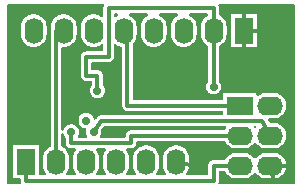
<source format=gbl>
G04 --- HEADER BEGIN --- *
%TF.GenerationSoftware,LibrePCB,LibrePCB,0.1.3*%
%TF.CreationDate,2020-05-07T14:01:12*%
%TF.ProjectId,SprigFTDI - default,c1b4763c-5183-4b8f-a850-9e664554c68f,v1*%
%TF.Part,Single*%
%FSLAX66Y66*%
%MOMM*%
G01*
G74*
G04 --- HEADER END --- *
G04 --- APERTURE LIST BEGIN --- *
%ADD10O,1.587X2.19*%
%ADD11R,1.587X2.19*%
%ADD12O,2.19X1.587*%
%ADD13R,2.19X1.587*%
%ADD14C,0.7*%
%ADD15C,0.3*%
%ADD16C,1.4*%
%ADD17C,0.0*%
G04 --- APERTURE LIST END --- *
G04 --- BOARD BEGIN --- *
D10*
X2540000Y13335000D03*
X10160000Y13335000D03*
X7620000Y13335000D03*
D11*
X20320000Y13335000D03*
D10*
X17780000Y13335000D03*
X5080000Y13335000D03*
X15240000Y13335000D03*
X12700000Y13335000D03*
D12*
X20002500Y1905000D03*
D13*
X20002500Y6985000D03*
D12*
X22542500Y4445000D03*
X22542500Y1905000D03*
X22542500Y6985000D03*
X20002500Y4445000D03*
D10*
X14605000Y2222500D03*
X9525000Y2222500D03*
X12065000Y2222500D03*
D11*
X1905000Y2222500D03*
D10*
X6985000Y2222500D03*
X4445000Y2222500D03*
D14*
X15240000Y8255000D03*
X7620000Y4762500D03*
X5715000Y4762500D03*
X17780000Y8572500D03*
X6985000Y5715000D03*
X7937500Y8255000D03*
D15*
X14605000Y2222500D02*
X16192500Y1905000D01*
X15240000Y8255000D02*
X16510000Y8255000D01*
D16*
X15240000Y8255000D02*
X15240000Y9207500D01*
D15*
X5080000Y13335000D02*
X4445000Y13335000D01*
X4445000Y2222500D02*
X4445000Y13335000D01*
X8255000Y5715000D02*
X21907500Y5715000D01*
X7620000Y4762500D02*
X8255000Y5715000D01*
X22542500Y4445000D02*
X21907500Y5715000D01*
X10795000Y3810000D02*
X5715000Y3810000D01*
X10795000Y4445000D02*
X10795000Y3810000D01*
X5715000Y3810000D02*
X5715000Y4762500D01*
X20002500Y4445000D02*
X10795000Y4445000D01*
X17780000Y15240000D02*
X8890000Y15240000D01*
X8890000Y11430000D02*
X8890000Y11112500D01*
X17780000Y8572500D02*
X17780000Y8572500D01*
X8890000Y15240000D02*
X8890000Y11430000D01*
X7937500Y9525000D02*
X6985000Y9525000D01*
X17780000Y13335000D02*
X17780000Y15240000D01*
X8890000Y11112500D02*
X6985000Y11112500D01*
X17780000Y13335000D02*
X17780000Y8572500D01*
X6985000Y11112500D02*
X6985000Y9525000D01*
X7937500Y8255000D02*
X7937500Y9525000D01*
X20320000Y13335000D02*
X21907500Y13335000D01*
X20320000Y13335000D02*
X20320000Y15240000D01*
X20320000Y13335000D02*
X20320000Y11430000D01*
X22542500Y1905000D02*
X24447500Y1905000D01*
X22542500Y1905000D02*
X22860000Y635000D01*
X17780000Y635000D02*
X17780000Y1905000D01*
X20002500Y1905000D02*
X17780000Y1905000D01*
X1905000Y2222500D02*
X1905000Y635000D01*
X1905000Y635000D02*
X17780000Y635000D01*
X20002500Y6985000D02*
X10477500Y6985000D01*
X10477500Y6985000D02*
X10477500Y13335000D01*
X10160000Y13335000D02*
X10477500Y13335000D01*
D17*
G36*
X1468126Y319500D02*
X1504316Y370395D01*
X1499762Y441541D01*
X1493651Y454921D01*
X1488612Y472083D01*
X1483627Y485447D01*
X1476200Y501711D01*
X1472210Y515300D01*
X1469666Y532996D01*
X1466633Y546939D01*
X1461595Y564096D01*
X1459580Y578111D01*
X1459580Y595994D01*
X1458562Y610225D01*
X1455508Y631465D01*
X1455000Y638570D01*
X1455000Y727500D01*
X1435500Y786827D01*
X1355000Y827500D01*
X827513Y827500D01*
X822748Y829066D01*
X811500Y851328D01*
X811500Y3601487D01*
X813066Y3606252D01*
X835328Y3617500D01*
X2443725Y3617500D01*
X2443725Y11944664D01*
X2434560Y11945513D01*
X2245300Y11980892D01*
X2236432Y11983415D01*
X2056894Y12052969D01*
X2048660Y12057068D01*
X1884951Y12158433D01*
X1877598Y12163987D01*
X1735314Y12293694D01*
X1729104Y12300506D01*
X1613071Y12454159D01*
X1608227Y12461982D01*
X1522400Y12634346D01*
X1519078Y12642921D01*
X1466381Y12828130D01*
X1464692Y12837171D01*
X1446714Y13031194D01*
X1446500Y13035811D01*
X1446500Y13634189D01*
X1446714Y13638806D01*
X1464692Y13832828D01*
X1466381Y13841869D01*
X1519078Y14027078D01*
X1522400Y14035653D01*
X1608227Y14208017D01*
X1613071Y14215840D01*
X1729104Y14369493D01*
X1735314Y14376305D01*
X1877598Y14506012D01*
X1884951Y14511566D01*
X2048660Y14612931D01*
X2056894Y14617030D01*
X2236432Y14686584D01*
X2245300Y14689107D01*
X2434560Y14724486D01*
X2443725Y14725335D01*
X2636274Y14725335D01*
X2645439Y14724486D01*
X2834699Y14689107D01*
X2843567Y14686584D01*
X3023105Y14617030D01*
X3031339Y14612931D01*
X3195048Y14511566D01*
X3202401Y14506012D01*
X3344685Y14376305D01*
X3350895Y14369493D01*
X3466928Y14215840D01*
X3471772Y14208017D01*
X3557599Y14035653D01*
X3560921Y14027078D01*
X3613617Y13841871D01*
X3615308Y13832827D01*
X3633286Y13638805D01*
X3633500Y13634189D01*
X3633500Y13035811D01*
X3633286Y13031195D01*
X3615307Y12837172D01*
X3613617Y12828128D01*
X3560921Y12642921D01*
X3557599Y12634346D01*
X3471772Y12461982D01*
X3466928Y12454159D01*
X3350895Y12300506D01*
X3344685Y12293694D01*
X3202401Y12163987D01*
X3195048Y12158433D01*
X3031339Y12057068D01*
X3023105Y12052969D01*
X2843567Y11983415D01*
X2834699Y11980892D01*
X2645439Y11945513D01*
X2636274Y11944664D01*
X2443725Y11944664D01*
X2443725Y3617500D01*
X2982487Y3617500D01*
X2987252Y3615934D01*
X2998500Y3593672D01*
X2998500Y1185000D01*
X3018000Y1125673D01*
X3098500Y1085000D01*
X3511064Y1085000D01*
X3570391Y1104500D01*
X3606581Y1155395D01*
X3590866Y1245263D01*
X3518071Y1341659D01*
X3513227Y1349482D01*
X3427400Y1521846D01*
X3424078Y1530421D01*
X3371381Y1715630D01*
X3369692Y1724671D01*
X3351714Y1918694D01*
X3351500Y1923311D01*
X3351500Y2521689D01*
X3351714Y2526306D01*
X3369692Y2720328D01*
X3371381Y2729369D01*
X3424078Y2914578D01*
X3427400Y2923153D01*
X3513227Y3095517D01*
X3518071Y3103340D01*
X3634104Y3256993D01*
X3640314Y3263805D01*
X3782598Y3393512D01*
X3789958Y3399071D01*
X3947644Y3496707D01*
X3987819Y3544518D01*
X3995000Y3581728D01*
X3995000Y12937147D01*
X3994573Y12946373D01*
X3986714Y13031194D01*
X3986500Y13035811D01*
X3986500Y13634189D01*
X3986714Y13638806D01*
X4004692Y13832828D01*
X4006381Y13841869D01*
X4059078Y14027078D01*
X4062400Y14035653D01*
X4148227Y14208017D01*
X4153071Y14215840D01*
X4269104Y14369493D01*
X4275314Y14376305D01*
X4417598Y14506012D01*
X4424951Y14511566D01*
X4588660Y14612931D01*
X4596894Y14617030D01*
X4776432Y14686584D01*
X4785300Y14689107D01*
X4974560Y14724486D01*
X4983725Y14725335D01*
X5176274Y14725335D01*
X5185439Y14724486D01*
X5374699Y14689107D01*
X5383567Y14686584D01*
X5563105Y14617030D01*
X5571339Y14612931D01*
X5735048Y14511566D01*
X5742401Y14506012D01*
X5884685Y14376305D01*
X5890895Y14369493D01*
X6006928Y14215840D01*
X6011772Y14208017D01*
X6097599Y14035653D01*
X6100921Y14027078D01*
X6153617Y13841871D01*
X6155308Y13832827D01*
X6173286Y13638805D01*
X6173500Y13634189D01*
X6173500Y13035811D01*
X6173286Y13031195D01*
X6155307Y12837172D01*
X6153617Y12828128D01*
X6100921Y12642921D01*
X6097599Y12634346D01*
X6011772Y12461982D01*
X6006928Y12454159D01*
X5890895Y12300506D01*
X5884685Y12293694D01*
X5742401Y12163987D01*
X5735048Y12158433D01*
X5571339Y12057068D01*
X5563105Y12052969D01*
X5383567Y11983415D01*
X5374699Y11980892D01*
X5185439Y11945513D01*
X5176274Y11944664D01*
X4995000Y11944664D01*
X4935673Y11925164D01*
X4895000Y11844664D01*
X4895000Y4965685D01*
X4914500Y4906358D01*
X4965395Y4870168D01*
X5027836Y4871230D01*
X5088502Y4930224D01*
X5137310Y5058919D01*
X5142888Y5069546D01*
X5225033Y5188553D01*
X5232992Y5197537D01*
X5341230Y5293428D01*
X5351113Y5300250D01*
X5479148Y5367448D01*
X5490384Y5371709D01*
X5630774Y5406311D01*
X5642703Y5407760D01*
X5787296Y5407760D01*
X5799225Y5406311D01*
X5939615Y5371709D01*
X5950851Y5367448D01*
X6078886Y5300250D01*
X6088769Y5293428D01*
X6197007Y5197537D01*
X6204966Y5188553D01*
X6287111Y5069546D01*
X6292689Y5058919D01*
X6343970Y4923703D01*
X6346840Y4912057D01*
X6364271Y4768504D01*
X6364271Y4756496D01*
X6346840Y4612942D01*
X6343970Y4601296D01*
X6292689Y4466080D01*
X6287109Y4455448D01*
X6260436Y4416806D01*
X6242782Y4356904D01*
X6264110Y4298208D01*
X6342734Y4260000D01*
X6992265Y4260000D01*
X7051592Y4279500D01*
X7087782Y4330395D01*
X7074563Y4416806D01*
X7047890Y4455448D01*
X7042310Y4466080D01*
X6991031Y4601290D01*
X6988158Y4612949D01*
X6970729Y4756496D01*
X6970729Y4768504D01*
X6988158Y4912050D01*
X6991033Y4923717D01*
X6995264Y4934872D01*
X6998070Y4997259D01*
X6963316Y5049145D01*
X6913815Y5069604D01*
X6900776Y5071187D01*
X6760384Y5105790D01*
X6749148Y5110051D01*
X6621113Y5177249D01*
X6611230Y5184071D01*
X6502992Y5279962D01*
X6495033Y5288946D01*
X6412888Y5407953D01*
X6407310Y5418580D01*
X6356031Y5553790D01*
X6353158Y5565449D01*
X6335729Y5708996D01*
X6335729Y5721004D01*
X6353158Y5864550D01*
X6356031Y5876209D01*
X6407310Y6011419D01*
X6412888Y6022046D01*
X6495033Y6141053D01*
X6502992Y6150037D01*
X6611230Y6245928D01*
X6621113Y6252750D01*
X6749148Y6319948D01*
X6760384Y6324209D01*
X6900774Y6358811D01*
X6912703Y6360260D01*
X7057296Y6360260D01*
X7069225Y6358811D01*
X7209615Y6324209D01*
X7220851Y6319948D01*
X7348886Y6252750D01*
X7358769Y6245928D01*
X7467007Y6150037D01*
X7474966Y6141053D01*
X7557111Y6022046D01*
X7562689Y6011419D01*
X7613968Y5876208D01*
X7615682Y5869255D01*
X7648814Y5816319D01*
X7706891Y5793361D01*
X7767264Y5809336D01*
X7795981Y5837718D01*
X7878598Y5961644D01*
X7882960Y5967271D01*
X7894204Y5979815D01*
X7903867Y5992500D01*
X7911045Y6003670D01*
X7920317Y6014370D01*
X7937321Y6029104D01*
X7946300Y6037934D01*
X7961294Y6054662D01*
X7972149Y6063754D01*
X7983425Y6070735D01*
X7996270Y6080184D01*
X8006302Y6088877D01*
X8018220Y6096536D01*
X8038678Y6105879D01*
X8049778Y6111820D01*
X8068884Y6123650D01*
X8081865Y6129316D01*
X8094650Y6132838D01*
X8109636Y6138284D01*
X8121713Y6143800D01*
X8135302Y6147789D01*
X8157564Y6150990D01*
X8169893Y6153563D01*
X8191562Y6159532D01*
X8205601Y6161311D01*
X8218864Y6161088D01*
X8234776Y6162092D01*
X8251467Y6164492D01*
X8258570Y6165000D01*
X18507500Y6165000D01*
X18566827Y6184500D01*
X18607500Y6265000D01*
X18607500Y6435000D01*
X18588000Y6494327D01*
X18507500Y6535000D01*
X10481070Y6535000D01*
X10473965Y6535508D01*
X10452725Y6538562D01*
X10438494Y6539580D01*
X10420611Y6539580D01*
X10406596Y6541595D01*
X10389439Y6546633D01*
X10375496Y6549666D01*
X10357800Y6552210D01*
X10344211Y6556200D01*
X10327947Y6563627D01*
X10314583Y6568612D01*
X10297428Y6573650D01*
X10284542Y6579534D01*
X10269510Y6589195D01*
X10256986Y6596034D01*
X10240714Y6603465D01*
X10228804Y6611119D01*
X10215291Y6622828D01*
X10203871Y6631378D01*
X10188827Y6641046D01*
X10178132Y6650314D01*
X10166423Y6663828D01*
X10156328Y6673923D01*
X10142814Y6685632D01*
X10133546Y6696327D01*
X10123878Y6711371D01*
X10115328Y6722791D01*
X10103619Y6736304D01*
X10095965Y6748214D01*
X10088534Y6764486D01*
X10081695Y6777010D01*
X10072034Y6792042D01*
X10066150Y6804928D01*
X10061112Y6822083D01*
X10056127Y6835447D01*
X10048700Y6851711D01*
X10044710Y6865300D01*
X10042166Y6882996D01*
X10039133Y6896939D01*
X10034095Y6914096D01*
X10032080Y6928111D01*
X10032080Y6945994D01*
X10031062Y6960225D01*
X10028008Y6981465D01*
X10027500Y6988570D01*
X10027500Y11867533D01*
X10008000Y11926860D01*
X9945875Y11965830D01*
X9865300Y11980892D01*
X9856432Y11983415D01*
X9676894Y12052969D01*
X9668660Y12057068D01*
X9504939Y12158441D01*
X9500266Y12161970D01*
X9441171Y12182164D01*
X9381620Y12163360D01*
X9340000Y12082171D01*
X9340000Y11116070D01*
X9339492Y11108966D01*
X9336437Y11087720D01*
X9335419Y11073488D01*
X9335419Y11055607D01*
X9333405Y11041598D01*
X9328366Y11024435D01*
X9325334Y11010498D01*
X9322788Y10992795D01*
X9318801Y10979215D01*
X9311372Y10962947D01*
X9306387Y10949583D01*
X9301349Y10932428D01*
X9295465Y10919542D01*
X9285804Y10904510D01*
X9278965Y10891986D01*
X9271534Y10875714D01*
X9263880Y10863804D01*
X9252171Y10850291D01*
X9243621Y10838871D01*
X9233953Y10823827D01*
X9224685Y10813132D01*
X9211171Y10801423D01*
X9201076Y10791328D01*
X9189367Y10777814D01*
X9178672Y10768546D01*
X9163628Y10758878D01*
X9152208Y10750328D01*
X9138695Y10738619D01*
X9126785Y10730965D01*
X9110513Y10723534D01*
X9097989Y10716695D01*
X9082957Y10707034D01*
X9070071Y10701150D01*
X9052916Y10696112D01*
X9039552Y10691127D01*
X9023288Y10683700D01*
X9009699Y10679710D01*
X8992003Y10677166D01*
X8978060Y10674133D01*
X8960903Y10669095D01*
X8946888Y10667080D01*
X8929006Y10667080D01*
X8914775Y10666062D01*
X8893535Y10663008D01*
X8886430Y10662500D01*
X7535000Y10662500D01*
X7475673Y10643000D01*
X7435000Y10562500D01*
X7435000Y10075000D01*
X7454500Y10015673D01*
X7535000Y9975000D01*
X7933930Y9975000D01*
X7941034Y9974492D01*
X7962280Y9971437D01*
X7976512Y9970419D01*
X7994392Y9970419D01*
X8008401Y9968405D01*
X8025564Y9963366D01*
X8039501Y9960334D01*
X8057204Y9957788D01*
X8070784Y9953801D01*
X8087052Y9946372D01*
X8100416Y9941387D01*
X8117571Y9936349D01*
X8130457Y9930465D01*
X8145489Y9920804D01*
X8158013Y9913965D01*
X8174285Y9906534D01*
X8186195Y9898880D01*
X8199708Y9887171D01*
X8211128Y9878621D01*
X8226172Y9868953D01*
X8236867Y9859685D01*
X8248576Y9846171D01*
X8258671Y9836076D01*
X8272185Y9824367D01*
X8281453Y9813672D01*
X8291121Y9798628D01*
X8299671Y9787208D01*
X8311380Y9773695D01*
X8319034Y9761785D01*
X8326465Y9745513D01*
X8333304Y9732989D01*
X8342965Y9717957D01*
X8348849Y9705071D01*
X8353887Y9687916D01*
X8358872Y9674552D01*
X8366301Y9658284D01*
X8370288Y9644704D01*
X8372834Y9627001D01*
X8375866Y9613064D01*
X8380905Y9595901D01*
X8382919Y9581892D01*
X8382919Y9564012D01*
X8383937Y9549780D01*
X8386992Y9528534D01*
X8387500Y9521430D01*
X8387500Y8763400D01*
X8417624Y8696458D01*
X8415492Y8694569D01*
X8427466Y8681053D01*
X8509611Y8562046D01*
X8515189Y8551419D01*
X8566470Y8416203D01*
X8569340Y8404557D01*
X8586771Y8261004D01*
X8586771Y8248996D01*
X8569340Y8105442D01*
X8566470Y8093796D01*
X8515189Y7958580D01*
X8509611Y7947953D01*
X8427466Y7828946D01*
X8419507Y7819962D01*
X8311269Y7724071D01*
X8301386Y7717249D01*
X8173351Y7650051D01*
X8162115Y7645790D01*
X8021725Y7611188D01*
X8009796Y7609739D01*
X7865203Y7609739D01*
X7853274Y7611188D01*
X7712884Y7645790D01*
X7701648Y7650051D01*
X7573613Y7717249D01*
X7563730Y7724071D01*
X7455492Y7819962D01*
X7447533Y7828946D01*
X7365388Y7947953D01*
X7359810Y7958580D01*
X7308531Y8093790D01*
X7305658Y8105449D01*
X7288229Y8248996D01*
X7288229Y8261004D01*
X7305658Y8404550D01*
X7308531Y8416209D01*
X7359810Y8551419D01*
X7365388Y8562046D01*
X7447533Y8681053D01*
X7459507Y8694569D01*
X7457370Y8696462D01*
X7487500Y8763400D01*
X7487500Y8975000D01*
X7468000Y9034327D01*
X7387500Y9075000D01*
X6988570Y9075000D01*
X6981465Y9075508D01*
X6960225Y9078562D01*
X6945994Y9079580D01*
X6928111Y9079580D01*
X6914096Y9081595D01*
X6896939Y9086633D01*
X6882996Y9089666D01*
X6865300Y9092210D01*
X6851711Y9096200D01*
X6835447Y9103627D01*
X6822083Y9108612D01*
X6804928Y9113650D01*
X6792042Y9119534D01*
X6777010Y9129195D01*
X6764486Y9136034D01*
X6748214Y9143465D01*
X6736304Y9151119D01*
X6722791Y9162828D01*
X6711371Y9171378D01*
X6696327Y9181046D01*
X6685632Y9190314D01*
X6673923Y9203828D01*
X6663828Y9213923D01*
X6650314Y9225632D01*
X6641046Y9236327D01*
X6631378Y9251371D01*
X6622828Y9262791D01*
X6611119Y9276304D01*
X6603465Y9288214D01*
X6596034Y9304486D01*
X6589195Y9317010D01*
X6579534Y9332042D01*
X6573650Y9344928D01*
X6568612Y9362083D01*
X6563627Y9375447D01*
X6556200Y9391711D01*
X6552210Y9405300D01*
X6549666Y9422996D01*
X6546633Y9436939D01*
X6541595Y9454096D01*
X6539580Y9468111D01*
X6539580Y9485994D01*
X6538562Y9500225D01*
X6535508Y9521465D01*
X6535000Y9528570D01*
X6535000Y11108930D01*
X6535508Y11116035D01*
X6538562Y11137275D01*
X6539580Y11151506D01*
X6539580Y11169388D01*
X6541595Y11183403D01*
X6546633Y11200560D01*
X6549666Y11214503D01*
X6552210Y11232199D01*
X6556200Y11245788D01*
X6563627Y11262052D01*
X6568612Y11275416D01*
X6573650Y11292571D01*
X6579534Y11305457D01*
X6589195Y11320489D01*
X6596034Y11333013D01*
X6603465Y11349285D01*
X6611119Y11361195D01*
X6622828Y11374708D01*
X6631378Y11386128D01*
X6641046Y11401172D01*
X6650314Y11411867D01*
X6663828Y11423576D01*
X6673923Y11433671D01*
X6685632Y11447185D01*
X6696327Y11456453D01*
X6711371Y11466121D01*
X6722791Y11474671D01*
X6736304Y11486380D01*
X6748214Y11494034D01*
X6764486Y11501465D01*
X6777010Y11508304D01*
X6792042Y11517965D01*
X6804928Y11523849D01*
X6822083Y11528887D01*
X6835447Y11533872D01*
X6851715Y11541301D01*
X6865295Y11545288D01*
X6882998Y11547834D01*
X6896935Y11550866D01*
X6914098Y11555905D01*
X6928107Y11557919D01*
X6945988Y11557919D01*
X6960220Y11558937D01*
X6981466Y11561992D01*
X6988570Y11562500D01*
X8340000Y11562500D01*
X8399327Y11582000D01*
X8440000Y11662500D01*
X8440000Y12082172D01*
X8420500Y12141499D01*
X8369605Y12177689D01*
X8279732Y12161970D01*
X8275055Y12158438D01*
X8111339Y12057068D01*
X8103105Y12052969D01*
X7923567Y11983415D01*
X7914699Y11980892D01*
X7725439Y11945513D01*
X7716274Y11944664D01*
X7523725Y11944664D01*
X7514560Y11945513D01*
X7325300Y11980892D01*
X7316432Y11983415D01*
X7136894Y12052969D01*
X7128660Y12057068D01*
X6964951Y12158433D01*
X6957598Y12163987D01*
X6815314Y12293694D01*
X6809104Y12300506D01*
X6693071Y12454159D01*
X6688227Y12461982D01*
X6602400Y12634346D01*
X6599078Y12642921D01*
X6546381Y12828130D01*
X6544692Y12837171D01*
X6526714Y13031194D01*
X6526500Y13035811D01*
X6526500Y13634189D01*
X6526714Y13638806D01*
X6544692Y13832828D01*
X6546381Y13841869D01*
X6599078Y14027078D01*
X6602400Y14035653D01*
X6688227Y14208017D01*
X6693071Y14215840D01*
X6809104Y14369493D01*
X6815314Y14376305D01*
X6957598Y14506012D01*
X6964951Y14511566D01*
X7128660Y14612931D01*
X7136894Y14617030D01*
X7316432Y14686584D01*
X7325300Y14689107D01*
X7514560Y14724486D01*
X7523725Y14725335D01*
X7716274Y14725335D01*
X7725439Y14724486D01*
X7914699Y14689107D01*
X7923567Y14686584D01*
X8103105Y14617030D01*
X8111339Y14612931D01*
X8275055Y14511561D01*
X8279732Y14508029D01*
X8338827Y14487834D01*
X8398379Y14506636D01*
X8440000Y14587827D01*
X8440000Y15236430D01*
X8440508Y15243535D01*
X8443562Y15264775D01*
X8444580Y15279006D01*
X8444580Y15296888D01*
X8446595Y15310903D01*
X8451633Y15328060D01*
X8454666Y15342003D01*
X8457210Y15359699D01*
X8461200Y15373288D01*
X8468627Y15389552D01*
X8473612Y15402916D01*
X8478650Y15420074D01*
X8484762Y15433456D01*
X8491671Y15495523D01*
X8460411Y15549586D01*
X8393800Y15575000D01*
X400000Y15575000D01*
X340673Y15555500D01*
X300000Y15475000D01*
X300000Y400000D01*
X319500Y340673D01*
X400000Y300000D01*
X1408799Y300000D01*
X1468126Y319500D01*
G37*
G36*
X24659327Y319500D02*
X24700000Y400000D01*
X24700000Y15475000D01*
X24680500Y15534327D01*
X24600000Y15575000D01*
X18276199Y15575000D01*
X18216872Y15555500D01*
X18180682Y15504605D01*
X18185237Y15433456D01*
X18191349Y15420074D01*
X18196387Y15402916D01*
X18201372Y15389552D01*
X18208801Y15373284D01*
X18212788Y15359704D01*
X18215334Y15342001D01*
X18218366Y15328064D01*
X18223405Y15310901D01*
X18225419Y15296892D01*
X18225419Y15279012D01*
X18226437Y15264780D01*
X18229492Y15243534D01*
X18230000Y15236430D01*
X18230000Y14694227D01*
X18249500Y14634900D01*
X18277357Y14609205D01*
X18435044Y14511569D01*
X18442401Y14506012D01*
X18584685Y14376305D01*
X18590895Y14369493D01*
X18706928Y14215840D01*
X18711772Y14208017D01*
X18797599Y14035653D01*
X18800921Y14027078D01*
X18853617Y13841871D01*
X18855308Y13832827D01*
X18873286Y13638805D01*
X18873500Y13634189D01*
X18873500Y13035811D01*
X18873286Y13031195D01*
X18855307Y12837172D01*
X18853617Y12828128D01*
X18800921Y12642921D01*
X18797599Y12634346D01*
X18711772Y12461982D01*
X18706928Y12454159D01*
X18590895Y12300506D01*
X18584685Y12293694D01*
X18442401Y12163987D01*
X18435044Y12158430D01*
X18277357Y12060794D01*
X18237181Y12012982D01*
X18230000Y11975772D01*
X18230000Y9080900D01*
X18260124Y9013958D01*
X18257992Y9012069D01*
X18269966Y8998553D01*
X18352111Y8879546D01*
X18357689Y8868919D01*
X18408970Y8733703D01*
X18411840Y8722057D01*
X18429271Y8578504D01*
X18429271Y8566496D01*
X18411840Y8422942D01*
X18408970Y8411296D01*
X18357689Y8276080D01*
X18352111Y8265453D01*
X18269966Y8146446D01*
X18262007Y8137462D01*
X18153769Y8041571D01*
X18143886Y8034749D01*
X18015851Y7967551D01*
X18004615Y7963290D01*
X17864225Y7928688D01*
X17852296Y7927239D01*
X17707703Y7927239D01*
X17695774Y7928688D01*
X17555384Y7963290D01*
X17544148Y7967551D01*
X17416113Y8034749D01*
X17406230Y8041571D01*
X17297992Y8137462D01*
X17290033Y8146446D01*
X17207888Y8265453D01*
X17202310Y8276080D01*
X17151031Y8411290D01*
X17148158Y8422949D01*
X17130729Y8566496D01*
X17130729Y8578504D01*
X17148158Y8722050D01*
X17151031Y8733709D01*
X17202310Y8868919D01*
X17207888Y8879546D01*
X17290033Y8998553D01*
X17302007Y9012069D01*
X17299870Y9013962D01*
X17330000Y9080900D01*
X17330000Y11975771D01*
X17310500Y12035098D01*
X17282644Y12060792D01*
X17124958Y12158428D01*
X17117598Y12163987D01*
X16975314Y12293694D01*
X16969104Y12300506D01*
X16853071Y12454159D01*
X16848227Y12461982D01*
X16762400Y12634346D01*
X16759078Y12642921D01*
X16706381Y12828130D01*
X16704692Y12837171D01*
X16686714Y13031194D01*
X16686500Y13035811D01*
X16686500Y13634189D01*
X16686714Y13638806D01*
X16704692Y13832828D01*
X16706381Y13841869D01*
X16759078Y14027078D01*
X16762400Y14035653D01*
X16848227Y14208017D01*
X16853071Y14215840D01*
X16969104Y14369493D01*
X16975314Y14376305D01*
X17117598Y14506012D01*
X17124951Y14511566D01*
X17275816Y14604978D01*
X17315991Y14652790D01*
X17319967Y14715113D01*
X17286193Y14767642D01*
X17223172Y14790000D01*
X15796827Y14790000D01*
X15737500Y14770500D01*
X15701310Y14719605D01*
X15702372Y14657164D01*
X15744183Y14604978D01*
X15895048Y14511566D01*
X15902401Y14506012D01*
X16044685Y14376305D01*
X16050895Y14369493D01*
X16166928Y14215840D01*
X16171772Y14208017D01*
X16257599Y14035653D01*
X16260921Y14027078D01*
X16313617Y13841871D01*
X16315308Y13832827D01*
X16333286Y13638805D01*
X16333500Y13634189D01*
X16333500Y13035811D01*
X16333286Y13031195D01*
X16315307Y12837172D01*
X16313617Y12828128D01*
X16260921Y12642921D01*
X16257599Y12634346D01*
X16171772Y12461982D01*
X16166928Y12454159D01*
X16050895Y12300506D01*
X16044685Y12293694D01*
X15902401Y12163987D01*
X15895048Y12158433D01*
X15731339Y12057068D01*
X15723105Y12052969D01*
X15543567Y11983415D01*
X15534699Y11980892D01*
X15345439Y11945513D01*
X15336274Y11944664D01*
X15143725Y11944664D01*
X15134560Y11945513D01*
X14945300Y11980892D01*
X14936432Y11983415D01*
X14756894Y12052969D01*
X14748660Y12057068D01*
X14584951Y12158433D01*
X14577598Y12163987D01*
X14435314Y12293694D01*
X14429104Y12300506D01*
X14313071Y12454159D01*
X14308227Y12461982D01*
X14222400Y12634346D01*
X14219078Y12642921D01*
X14166381Y12828130D01*
X14164692Y12837171D01*
X14146714Y13031194D01*
X14146500Y13035811D01*
X14146500Y13634189D01*
X14146714Y13638806D01*
X14164692Y13832828D01*
X14166381Y13841869D01*
X14219078Y14027078D01*
X14222400Y14035653D01*
X14308227Y14208017D01*
X14313071Y14215840D01*
X14429104Y14369493D01*
X14435314Y14376305D01*
X14577598Y14506012D01*
X14584951Y14511566D01*
X14735816Y14604978D01*
X14775991Y14652790D01*
X14779967Y14715113D01*
X14746193Y14767642D01*
X14683172Y14790000D01*
X13256827Y14790000D01*
X13197500Y14770500D01*
X13161310Y14719605D01*
X13162372Y14657164D01*
X13204183Y14604978D01*
X13355048Y14511566D01*
X13362401Y14506012D01*
X13504685Y14376305D01*
X13510895Y14369493D01*
X13626928Y14215840D01*
X13631772Y14208017D01*
X13717599Y14035653D01*
X13720921Y14027078D01*
X13773617Y13841871D01*
X13775308Y13832827D01*
X13793286Y13638805D01*
X13793500Y13634189D01*
X13793500Y13035811D01*
X13793286Y13031195D01*
X13775307Y12837172D01*
X13773617Y12828128D01*
X13720921Y12642921D01*
X13717599Y12634346D01*
X13631772Y12461982D01*
X13626928Y12454159D01*
X13510895Y12300506D01*
X13504685Y12293694D01*
X13362401Y12163987D01*
X13355048Y12158433D01*
X13191339Y12057068D01*
X13183105Y12052969D01*
X13003567Y11983415D01*
X12994699Y11980892D01*
X12805439Y11945513D01*
X12796274Y11944664D01*
X12603725Y11944664D01*
X12594560Y11945513D01*
X12405300Y11980892D01*
X12396432Y11983415D01*
X12216894Y12052969D01*
X12208660Y12057068D01*
X12044951Y12158433D01*
X12037598Y12163987D01*
X11895314Y12293694D01*
X11889104Y12300506D01*
X11773071Y12454159D01*
X11768227Y12461982D01*
X11682400Y12634346D01*
X11679078Y12642921D01*
X11626381Y12828130D01*
X11624692Y12837171D01*
X11606714Y13031194D01*
X11606500Y13035811D01*
X11606500Y13634189D01*
X11606714Y13638806D01*
X11624692Y13832828D01*
X11626381Y13841869D01*
X11679078Y14027078D01*
X11682400Y14035653D01*
X11768227Y14208017D01*
X11773071Y14215840D01*
X11889104Y14369493D01*
X11895314Y14376305D01*
X12037598Y14506012D01*
X12044951Y14511566D01*
X12195816Y14604978D01*
X12235991Y14652790D01*
X12239967Y14715113D01*
X12206193Y14767642D01*
X12143172Y14790000D01*
X10716827Y14790000D01*
X10657500Y14770500D01*
X10621310Y14719605D01*
X10622372Y14657164D01*
X10664183Y14604978D01*
X10815048Y14511566D01*
X10822401Y14506012D01*
X10964685Y14376305D01*
X10970895Y14369493D01*
X11086928Y14215840D01*
X11091772Y14208017D01*
X11177599Y14035653D01*
X11180921Y14027078D01*
X11233617Y13841871D01*
X11235308Y13832827D01*
X11253286Y13638805D01*
X11253500Y13634189D01*
X11253500Y13035811D01*
X11253286Y13031195D01*
X11235307Y12837172D01*
X11233617Y12828128D01*
X11180921Y12642921D01*
X11177599Y12634346D01*
X11091772Y12461982D01*
X11086928Y12454159D01*
X10970895Y12300506D01*
X10964690Y12293700D01*
X10960131Y12289544D01*
X10927500Y12215642D01*
X10927500Y7535000D01*
X10947000Y7475673D01*
X11027500Y7435000D01*
X15047021Y7435000D01*
X15106348Y7454500D01*
X15142538Y7505395D01*
X15141476Y7567836D01*
X15103577Y7617471D01*
X15070952Y7632094D01*
X15015384Y7645790D01*
X15004148Y7650051D01*
X14876113Y7717249D01*
X14866230Y7724071D01*
X14757992Y7819962D01*
X14750033Y7828946D01*
X14667888Y7947953D01*
X14662310Y7958580D01*
X14611031Y8093790D01*
X14608158Y8105449D01*
X14590729Y8248996D01*
X14590729Y8261004D01*
X14608158Y8404550D01*
X14611031Y8416209D01*
X14662310Y8551419D01*
X14667888Y8562046D01*
X14750033Y8681053D01*
X14757992Y8690037D01*
X14866230Y8785928D01*
X14876113Y8792750D01*
X15004148Y8859948D01*
X15015384Y8864209D01*
X15155774Y8898811D01*
X15167703Y8900260D01*
X15312296Y8900260D01*
X15324225Y8898811D01*
X15464615Y8864209D01*
X15475851Y8859948D01*
X15603886Y8792750D01*
X15613769Y8785928D01*
X15722007Y8690037D01*
X15729966Y8681053D01*
X15812111Y8562046D01*
X15817689Y8551419D01*
X15868970Y8416203D01*
X15871840Y8404557D01*
X15889271Y8261004D01*
X15889271Y8248996D01*
X15871840Y8105442D01*
X15868970Y8093796D01*
X15817689Y7958580D01*
X15812111Y7947953D01*
X15729966Y7828946D01*
X15722007Y7819962D01*
X15613769Y7724071D01*
X15603886Y7717249D01*
X15475851Y7650051D01*
X15464615Y7645790D01*
X15409047Y7632094D01*
X15356110Y7598963D01*
X15333151Y7540886D01*
X15349126Y7480514D01*
X15397802Y7441391D01*
X15432978Y7435000D01*
X18507500Y7435000D01*
X18566827Y7454500D01*
X18607500Y7535000D01*
X18607500Y8062487D01*
X18609066Y8067252D01*
X18631328Y8078500D01*
X19242513Y8078500D01*
X19242513Y11940000D01*
X19237748Y11941566D01*
X19226500Y11963828D01*
X19226500Y14713987D01*
X19228066Y14718752D01*
X19250328Y14730000D01*
X21397487Y14730000D01*
X21402252Y14728434D01*
X21413500Y14706172D01*
X21413500Y11956013D01*
X21411934Y11951248D01*
X21389672Y11940000D01*
X19242513Y11940000D01*
X19242513Y8078500D01*
X21381487Y8078500D01*
X21386252Y8076934D01*
X21397500Y8054672D01*
X21397500Y7913271D01*
X21417000Y7853944D01*
X21467895Y7817754D01*
X21557764Y7833469D01*
X21661665Y7911932D01*
X21669482Y7916772D01*
X21841846Y8002599D01*
X21850421Y8005921D01*
X22035628Y8058617D01*
X22044672Y8060307D01*
X22238695Y8078286D01*
X22243311Y8078500D01*
X22841689Y8078500D01*
X22846305Y8078286D01*
X23040327Y8060308D01*
X23049371Y8058617D01*
X23234578Y8005921D01*
X23243153Y8002599D01*
X23415517Y7916772D01*
X23423340Y7911928D01*
X23576993Y7795895D01*
X23583805Y7789685D01*
X23713512Y7647401D01*
X23719066Y7640048D01*
X23820431Y7476339D01*
X23824530Y7468105D01*
X23894084Y7288567D01*
X23896607Y7279699D01*
X23931986Y7090439D01*
X23932835Y7081274D01*
X23932835Y6888725D01*
X23931986Y6879560D01*
X23896607Y6690300D01*
X23894084Y6681432D01*
X23824530Y6501894D01*
X23820431Y6493660D01*
X23719066Y6329951D01*
X23713512Y6322598D01*
X23583805Y6180314D01*
X23576993Y6174104D01*
X23423340Y6058071D01*
X23415517Y6053227D01*
X23243153Y5967400D01*
X23234578Y5964078D01*
X23049369Y5911381D01*
X23040328Y5909692D01*
X22846306Y5891714D01*
X22841689Y5891500D01*
X22484169Y5891500D01*
X22424842Y5872000D01*
X22388652Y5821105D01*
X22394726Y5746779D01*
X22471226Y5593779D01*
X22515200Y5549435D01*
X22560669Y5538500D01*
X22841689Y5538500D01*
X22846305Y5538286D01*
X23040327Y5520308D01*
X23049371Y5518617D01*
X23234578Y5465921D01*
X23243153Y5462599D01*
X23415517Y5376772D01*
X23423340Y5371928D01*
X23576993Y5255895D01*
X23583805Y5249685D01*
X23713512Y5107401D01*
X23719066Y5100048D01*
X23820431Y4936339D01*
X23824530Y4928105D01*
X23894084Y4748567D01*
X23896607Y4739699D01*
X23931986Y4550439D01*
X23932835Y4541274D01*
X23932835Y4348725D01*
X23931986Y4339560D01*
X23896607Y4150300D01*
X23894084Y4141432D01*
X23824530Y3961894D01*
X23820431Y3953660D01*
X23719066Y3789951D01*
X23713512Y3782598D01*
X23583805Y3640314D01*
X23576993Y3634104D01*
X23423340Y3518071D01*
X23415517Y3513227D01*
X23243153Y3427400D01*
X23234578Y3424078D01*
X23049369Y3371381D01*
X23040328Y3369692D01*
X22846306Y3351714D01*
X22841689Y3351500D01*
X22243311Y3351500D01*
X22238694Y3351714D01*
X22044671Y3369692D01*
X22035630Y3371381D01*
X21850421Y3424078D01*
X21841846Y3427400D01*
X21669482Y3513227D01*
X21661659Y3518071D01*
X21508006Y3634104D01*
X21501194Y3640314D01*
X21371487Y3782598D01*
X21365930Y3789956D01*
X21357520Y3803538D01*
X21309708Y3843714D01*
X21247385Y3847689D01*
X21187477Y3803536D01*
X21179065Y3789950D01*
X21173516Y3782602D01*
X21043805Y3640314D01*
X21036993Y3634104D01*
X20883340Y3518071D01*
X20875517Y3513227D01*
X20703153Y3427400D01*
X20694578Y3424078D01*
X20509369Y3371381D01*
X20500328Y3369692D01*
X20306306Y3351714D01*
X20301689Y3351500D01*
X19703311Y3351500D01*
X19698694Y3351714D01*
X19504671Y3369692D01*
X19495630Y3371381D01*
X19310421Y3424078D01*
X19301846Y3427400D01*
X19129482Y3513227D01*
X19121659Y3518071D01*
X18968006Y3634104D01*
X18961194Y3640314D01*
X18831487Y3782598D01*
X18825928Y3789958D01*
X18728292Y3947644D01*
X18680481Y3987819D01*
X18643271Y3995000D01*
X11345000Y3995000D01*
X11285673Y3975500D01*
X11245000Y3895000D01*
X11245000Y3813570D01*
X11244492Y3806466D01*
X11241437Y3785220D01*
X11240419Y3770988D01*
X11240419Y3753107D01*
X11238405Y3739098D01*
X11233366Y3721935D01*
X11230334Y3707998D01*
X11227788Y3690295D01*
X11223801Y3676715D01*
X11216372Y3660447D01*
X11211387Y3647083D01*
X11206349Y3629928D01*
X11200465Y3617042D01*
X11190804Y3602010D01*
X11183965Y3589486D01*
X11176534Y3573214D01*
X11168880Y3561304D01*
X11157171Y3547791D01*
X11148621Y3536371D01*
X11138953Y3521327D01*
X11129685Y3510632D01*
X11116171Y3498923D01*
X11106076Y3488828D01*
X11094367Y3475314D01*
X11083672Y3466046D01*
X11068628Y3456378D01*
X11057208Y3447828D01*
X11043695Y3436119D01*
X11031785Y3428465D01*
X11015513Y3421034D01*
X11002989Y3414195D01*
X10987957Y3404534D01*
X10975071Y3398650D01*
X10957916Y3393612D01*
X10944552Y3388627D01*
X10928288Y3381200D01*
X10914699Y3377210D01*
X10897003Y3374666D01*
X10883060Y3371633D01*
X10865903Y3366595D01*
X10851888Y3364580D01*
X10834006Y3364580D01*
X10819775Y3363562D01*
X10798535Y3360508D01*
X10791430Y3360000D01*
X10458934Y3360000D01*
X10399607Y3340500D01*
X10363417Y3289605D01*
X10379132Y3199737D01*
X10451928Y3103339D01*
X10456772Y3095517D01*
X10542599Y2923153D01*
X10545921Y2914578D01*
X10598617Y2729371D01*
X10600308Y2720327D01*
X10618286Y2526305D01*
X10618500Y2521689D01*
X10618500Y1923311D01*
X10618286Y1918695D01*
X10600307Y1724672D01*
X10598617Y1715628D01*
X10545921Y1530421D01*
X10542599Y1521846D01*
X10456772Y1349482D01*
X10451928Y1341659D01*
X10379133Y1245263D01*
X10358942Y1186168D01*
X10377748Y1126617D01*
X10458935Y1085000D01*
X11131064Y1085000D01*
X11190391Y1104500D01*
X11226581Y1155395D01*
X11210866Y1245263D01*
X11138071Y1341659D01*
X11133227Y1349482D01*
X11047400Y1521846D01*
X11044078Y1530421D01*
X10991381Y1715630D01*
X10989692Y1724671D01*
X10971714Y1918694D01*
X10971500Y1923311D01*
X10971500Y2521689D01*
X10971714Y2526306D01*
X10989692Y2720328D01*
X10991381Y2729369D01*
X11044078Y2914578D01*
X11047400Y2923153D01*
X11133227Y3095517D01*
X11138071Y3103340D01*
X11254104Y3256993D01*
X11260314Y3263805D01*
X11402598Y3393512D01*
X11409951Y3399066D01*
X11573660Y3500431D01*
X11581894Y3504530D01*
X11761432Y3574084D01*
X11770300Y3576607D01*
X11959560Y3611986D01*
X11968725Y3612835D01*
X12161274Y3612835D01*
X12170439Y3611986D01*
X12359699Y3576607D01*
X12368567Y3574084D01*
X12548105Y3504530D01*
X12556339Y3500431D01*
X12720048Y3399066D01*
X12727401Y3393512D01*
X12869685Y3263805D01*
X12875895Y3256993D01*
X12991928Y3103340D01*
X12996772Y3095517D01*
X13082599Y2923153D01*
X13085921Y2914578D01*
X13138617Y2729371D01*
X13140308Y2720327D01*
X13158286Y2526305D01*
X13158500Y2521689D01*
X13158500Y1923311D01*
X13158286Y1918695D01*
X13140307Y1724672D01*
X13138617Y1715628D01*
X13085921Y1530421D01*
X13082599Y1521846D01*
X12996772Y1349482D01*
X12991928Y1341659D01*
X12919133Y1245263D01*
X12898942Y1186168D01*
X12917748Y1126617D01*
X12998935Y1085000D01*
X13671064Y1085000D01*
X13730391Y1104500D01*
X13766581Y1155395D01*
X13750866Y1245263D01*
X13678071Y1341659D01*
X13673227Y1349482D01*
X13587400Y1521846D01*
X13584078Y1530421D01*
X13531381Y1715630D01*
X13529692Y1724671D01*
X13511714Y1918694D01*
X13511500Y1923311D01*
X13511500Y2521689D01*
X13511714Y2526306D01*
X13529692Y2720328D01*
X13531381Y2729369D01*
X13584078Y2914578D01*
X13587400Y2923153D01*
X13673227Y3095517D01*
X13678071Y3103340D01*
X13794104Y3256993D01*
X13800314Y3263805D01*
X13942598Y3393512D01*
X13949951Y3399066D01*
X14113660Y3500431D01*
X14121894Y3504530D01*
X14301432Y3574084D01*
X14310300Y3576607D01*
X14499560Y3611986D01*
X14508725Y3612835D01*
X14701274Y3612835D01*
X14710439Y3611986D01*
X14899699Y3576607D01*
X14908567Y3574084D01*
X15088105Y3504530D01*
X15096339Y3500431D01*
X15260048Y3399066D01*
X15267401Y3393512D01*
X15409685Y3263805D01*
X15415895Y3256993D01*
X15531928Y3103340D01*
X15536772Y3095517D01*
X15622599Y2923153D01*
X15625921Y2914578D01*
X15678617Y2729371D01*
X15680308Y2720327D01*
X15698286Y2526305D01*
X15698500Y2521689D01*
X15698500Y1923311D01*
X15698286Y1918695D01*
X15680307Y1724672D01*
X15678617Y1715628D01*
X15625921Y1530421D01*
X15622599Y1521846D01*
X15536772Y1349482D01*
X15531928Y1341659D01*
X15459133Y1245263D01*
X15438942Y1186168D01*
X15457748Y1126617D01*
X15538935Y1085000D01*
X17230000Y1085000D01*
X17289327Y1104500D01*
X17330000Y1185000D01*
X17330000Y1901430D01*
X17330508Y1908535D01*
X17333562Y1929775D01*
X17334580Y1944006D01*
X17334580Y1961888D01*
X17336595Y1975903D01*
X17341633Y1993060D01*
X17344666Y2007003D01*
X17347210Y2024699D01*
X17351200Y2038288D01*
X17358627Y2054552D01*
X17363612Y2067916D01*
X17368650Y2085071D01*
X17374534Y2097957D01*
X17384195Y2112989D01*
X17391034Y2125513D01*
X17398465Y2141785D01*
X17406119Y2153695D01*
X17417828Y2167208D01*
X17426378Y2178628D01*
X17436046Y2193672D01*
X17445314Y2204367D01*
X17458828Y2216076D01*
X17468923Y2226171D01*
X17480632Y2239685D01*
X17491327Y2248953D01*
X17506371Y2258621D01*
X17517791Y2267171D01*
X17531304Y2278880D01*
X17543214Y2286534D01*
X17559486Y2293965D01*
X17572010Y2300804D01*
X17587042Y2310465D01*
X17599928Y2316349D01*
X17617083Y2321387D01*
X17630447Y2326372D01*
X17646715Y2333801D01*
X17660295Y2337788D01*
X17677998Y2340334D01*
X17691935Y2343366D01*
X17709098Y2348405D01*
X17723107Y2350419D01*
X17740988Y2350419D01*
X17755220Y2351437D01*
X17776466Y2354492D01*
X17783570Y2355000D01*
X18643272Y2355000D01*
X18702599Y2374500D01*
X18728294Y2402357D01*
X18825930Y2560044D01*
X18831487Y2567401D01*
X18961194Y2709685D01*
X18968006Y2715895D01*
X19121659Y2831928D01*
X19129482Y2836772D01*
X19301846Y2922599D01*
X19310421Y2925921D01*
X19495628Y2978617D01*
X19504672Y2980307D01*
X19698695Y2998286D01*
X19703311Y2998500D01*
X20301689Y2998500D01*
X20306305Y2998286D01*
X20500327Y2980308D01*
X20509371Y2978617D01*
X20694578Y2925921D01*
X20703153Y2922599D01*
X20875517Y2836772D01*
X20883340Y2831928D01*
X21036993Y2715895D01*
X21043805Y2709685D01*
X21173516Y2567397D01*
X21179065Y2560049D01*
X21187477Y2546463D01*
X21235287Y2506286D01*
X21297610Y2502309D01*
X21357520Y2546461D01*
X21365930Y2560043D01*
X21371487Y2567401D01*
X21501194Y2709685D01*
X21508006Y2715895D01*
X21661659Y2831928D01*
X21669482Y2836772D01*
X21841846Y2922599D01*
X21850421Y2925921D01*
X22035628Y2978617D01*
X22044672Y2980307D01*
X22238695Y2998286D01*
X22243311Y2998500D01*
X22841689Y2998500D01*
X22846305Y2998286D01*
X23040327Y2980308D01*
X23049371Y2978617D01*
X23234578Y2925921D01*
X23243153Y2922599D01*
X23415517Y2836772D01*
X23423340Y2831928D01*
X23576993Y2715895D01*
X23583805Y2709685D01*
X23713512Y2567401D01*
X23719066Y2560048D01*
X23820431Y2396339D01*
X23824530Y2388105D01*
X23894084Y2208567D01*
X23896607Y2199699D01*
X23931986Y2010439D01*
X23932835Y2001274D01*
X23932835Y1808725D01*
X23931986Y1799560D01*
X23896607Y1610300D01*
X23894084Y1601432D01*
X23824530Y1421894D01*
X23820431Y1413660D01*
X23719066Y1249951D01*
X23713512Y1242598D01*
X23583805Y1100314D01*
X23576993Y1094104D01*
X23423340Y978071D01*
X23415517Y973227D01*
X23243153Y887400D01*
X23234578Y884078D01*
X23049369Y831381D01*
X23040328Y829692D01*
X22846306Y811714D01*
X22841689Y811500D01*
X22243311Y811500D01*
X22238694Y811714D01*
X22044671Y829692D01*
X22035630Y831381D01*
X21850421Y884078D01*
X21841846Y887400D01*
X21669482Y973227D01*
X21661659Y978071D01*
X21508006Y1094104D01*
X21501194Y1100314D01*
X21371487Y1242598D01*
X21365930Y1249956D01*
X21357520Y1263538D01*
X21309708Y1303714D01*
X21247385Y1307689D01*
X21187477Y1263536D01*
X21179065Y1249950D01*
X21173516Y1242602D01*
X21043805Y1100314D01*
X21036993Y1094104D01*
X20883340Y978071D01*
X20875517Y973227D01*
X20703153Y887400D01*
X20694578Y884078D01*
X20509369Y831381D01*
X20500328Y829692D01*
X20306306Y811714D01*
X20301689Y811500D01*
X19703311Y811500D01*
X19698694Y811714D01*
X19504671Y829692D01*
X19495630Y831381D01*
X19310421Y884078D01*
X19301846Y887400D01*
X19129482Y973227D01*
X19121659Y978071D01*
X18968006Y1094104D01*
X18961194Y1100314D01*
X18831487Y1242598D01*
X18825928Y1249958D01*
X18728292Y1407644D01*
X18680481Y1447819D01*
X18643271Y1455000D01*
X18330000Y1455000D01*
X18270673Y1435500D01*
X18230000Y1355000D01*
X18230000Y638570D01*
X18229492Y631466D01*
X18226437Y610220D01*
X18225419Y595988D01*
X18225419Y578107D01*
X18223405Y564098D01*
X18218366Y546935D01*
X18215334Y532998D01*
X18212788Y515295D01*
X18208801Y501715D01*
X18201372Y485447D01*
X18196387Y472083D01*
X18191348Y454921D01*
X18185237Y441541D01*
X18178329Y379475D01*
X18209591Y325413D01*
X18276200Y300000D01*
X24600000Y300000D01*
X24659327Y319500D01*
G37*
G36*
X9500266Y14508029D02*
X9504939Y14511558D01*
X9655816Y14604978D01*
X9695991Y14652790D01*
X9699967Y14715113D01*
X9666193Y14767642D01*
X9603172Y14790000D01*
X9440000Y14790000D01*
X9380673Y14770500D01*
X9340000Y14690000D01*
X9340000Y14587828D01*
X9359500Y14528501D01*
X9410395Y14492311D01*
X9500266Y14508029D01*
G37*
G36*
X21357520Y5086461D02*
X21365933Y5100047D01*
X21369474Y5104737D01*
X21389665Y5163832D01*
X21370859Y5223384D01*
X21289672Y5265000D01*
X21255327Y5265000D01*
X21196000Y5245500D01*
X21159810Y5194605D01*
X21175524Y5104738D01*
X21179067Y5100047D01*
X21187477Y5086463D01*
X21235287Y5046286D01*
X21297610Y5042309D01*
X21357520Y5086461D01*
G37*
G36*
X10304327Y4279500D02*
X10345000Y4360000D01*
X10345000Y4441430D01*
X10345508Y4448535D01*
X10348562Y4469775D01*
X10349580Y4484006D01*
X10349580Y4501888D01*
X10351595Y4515903D01*
X10356633Y4533060D01*
X10359666Y4547003D01*
X10362210Y4564699D01*
X10366200Y4578288D01*
X10373627Y4594552D01*
X10378612Y4607916D01*
X10383650Y4625071D01*
X10389534Y4637957D01*
X10399195Y4652989D01*
X10406034Y4665513D01*
X10413465Y4681785D01*
X10421119Y4693695D01*
X10432828Y4707208D01*
X10441378Y4718628D01*
X10451046Y4733672D01*
X10460314Y4744367D01*
X10473828Y4756076D01*
X10483923Y4766171D01*
X10495632Y4779685D01*
X10506327Y4788953D01*
X10521371Y4798621D01*
X10532791Y4807171D01*
X10546304Y4818880D01*
X10558214Y4826534D01*
X10574486Y4833965D01*
X10587010Y4840804D01*
X10602042Y4850465D01*
X10614928Y4856349D01*
X10632083Y4861387D01*
X10645447Y4866372D01*
X10661715Y4873801D01*
X10675295Y4877788D01*
X10692998Y4880334D01*
X10706935Y4883366D01*
X10724098Y4888405D01*
X10738107Y4890419D01*
X10755988Y4890419D01*
X10770220Y4891437D01*
X10791466Y4894492D01*
X10798570Y4895000D01*
X18643272Y4895000D01*
X18702599Y4914500D01*
X18728294Y4942357D01*
X18825934Y5100051D01*
X18829470Y5104732D01*
X18849665Y5163827D01*
X18830863Y5223379D01*
X18749672Y5265000D01*
X8549350Y5265000D01*
X8490023Y5245500D01*
X8466145Y5220470D01*
X8273706Y4931812D01*
X8257640Y4864288D01*
X8269271Y4768504D01*
X8269271Y4756496D01*
X8251840Y4612942D01*
X8248970Y4601296D01*
X8197689Y4466080D01*
X8192109Y4455448D01*
X8165436Y4416806D01*
X8147782Y4356904D01*
X8169110Y4298208D01*
X8247734Y4260000D01*
X10245000Y4260000D01*
X10304327Y4279500D01*
G37*
G36*
X6110391Y1104500D02*
X6146581Y1155395D01*
X6130866Y1245263D01*
X6058071Y1341659D01*
X6053227Y1349482D01*
X5967400Y1521846D01*
X5964078Y1530421D01*
X5911381Y1715630D01*
X5909692Y1724671D01*
X5891714Y1918694D01*
X5891500Y1923311D01*
X5891500Y2521689D01*
X5891714Y2526306D01*
X5909692Y2720328D01*
X5911381Y2729369D01*
X5964078Y2914578D01*
X5967400Y2923153D01*
X6053227Y3095517D01*
X6058071Y3103339D01*
X6130867Y3199737D01*
X6151058Y3258832D01*
X6132252Y3318383D01*
X6051065Y3360000D01*
X5718570Y3360000D01*
X5711465Y3360508D01*
X5690225Y3363562D01*
X5675994Y3364580D01*
X5658111Y3364580D01*
X5644096Y3366595D01*
X5626939Y3371633D01*
X5612996Y3374666D01*
X5595300Y3377210D01*
X5581711Y3381200D01*
X5565447Y3388627D01*
X5552083Y3393612D01*
X5534928Y3398650D01*
X5522042Y3404534D01*
X5507010Y3414195D01*
X5494486Y3421034D01*
X5478214Y3428465D01*
X5466304Y3436119D01*
X5452791Y3447828D01*
X5441371Y3456378D01*
X5426327Y3466046D01*
X5415632Y3475314D01*
X5403923Y3488828D01*
X5393828Y3498923D01*
X5380314Y3510632D01*
X5371046Y3521327D01*
X5361378Y3536371D01*
X5352828Y3547791D01*
X5341119Y3561304D01*
X5333465Y3573214D01*
X5326034Y3589486D01*
X5319195Y3602010D01*
X5309534Y3617042D01*
X5303650Y3629928D01*
X5298612Y3647083D01*
X5293627Y3660447D01*
X5286200Y3676711D01*
X5282210Y3690300D01*
X5279666Y3707996D01*
X5276633Y3721939D01*
X5271595Y3739096D01*
X5269580Y3753111D01*
X5269580Y3770994D01*
X5268562Y3785225D01*
X5265508Y3806465D01*
X5265000Y3813570D01*
X5265000Y4254099D01*
X5234870Y4321037D01*
X5237007Y4322930D01*
X5225033Y4336446D01*
X5142888Y4455453D01*
X5137310Y4466080D01*
X5088502Y4594775D01*
X5049231Y4643332D01*
X4988810Y4659122D01*
X4930803Y4635987D01*
X4895000Y4559314D01*
X4895000Y3581727D01*
X4914500Y3522400D01*
X4942357Y3496705D01*
X5100044Y3399069D01*
X5107401Y3393512D01*
X5249685Y3263805D01*
X5255895Y3256993D01*
X5371928Y3103340D01*
X5376772Y3095517D01*
X5462599Y2923153D01*
X5465921Y2914578D01*
X5518617Y2729371D01*
X5520308Y2720327D01*
X5538286Y2526305D01*
X5538500Y2521689D01*
X5538500Y1923311D01*
X5538286Y1918695D01*
X5520307Y1724672D01*
X5518617Y1715628D01*
X5465921Y1530421D01*
X5462599Y1521846D01*
X5376772Y1349482D01*
X5371928Y1341659D01*
X5299133Y1245263D01*
X5278942Y1186168D01*
X5297748Y1126617D01*
X5378935Y1085000D01*
X6051064Y1085000D01*
X6110391Y1104500D01*
G37*
G36*
X8650391Y1104500D02*
X8686581Y1155395D01*
X8670866Y1245263D01*
X8598071Y1341659D01*
X8593227Y1349482D01*
X8507400Y1521846D01*
X8504078Y1530421D01*
X8451381Y1715630D01*
X8449692Y1724671D01*
X8431714Y1918694D01*
X8431500Y1923311D01*
X8431500Y2521689D01*
X8431714Y2526306D01*
X8449692Y2720328D01*
X8451381Y2729369D01*
X8504078Y2914578D01*
X8507400Y2923153D01*
X8593227Y3095517D01*
X8598071Y3103339D01*
X8670867Y3199737D01*
X8691058Y3258832D01*
X8672252Y3318383D01*
X8591065Y3360000D01*
X7918934Y3360000D01*
X7859607Y3340500D01*
X7823417Y3289605D01*
X7839132Y3199737D01*
X7911928Y3103339D01*
X7916772Y3095517D01*
X8002599Y2923153D01*
X8005921Y2914578D01*
X8058617Y2729371D01*
X8060308Y2720327D01*
X8078286Y2526305D01*
X8078500Y2521689D01*
X8078500Y1923311D01*
X8078286Y1918695D01*
X8060307Y1724672D01*
X8058617Y1715628D01*
X8005921Y1530421D01*
X8002599Y1521846D01*
X7916772Y1349482D01*
X7911928Y1341659D01*
X7839133Y1245263D01*
X7818942Y1186168D01*
X7837748Y1126617D01*
X7918935Y1085000D01*
X8591064Y1085000D01*
X8650391Y1104500D01*
G37*
G04 --- BOARD END --- *
%TF.MD5,337d072efe463ed18993bfd053a52c60*%
M02*

</source>
